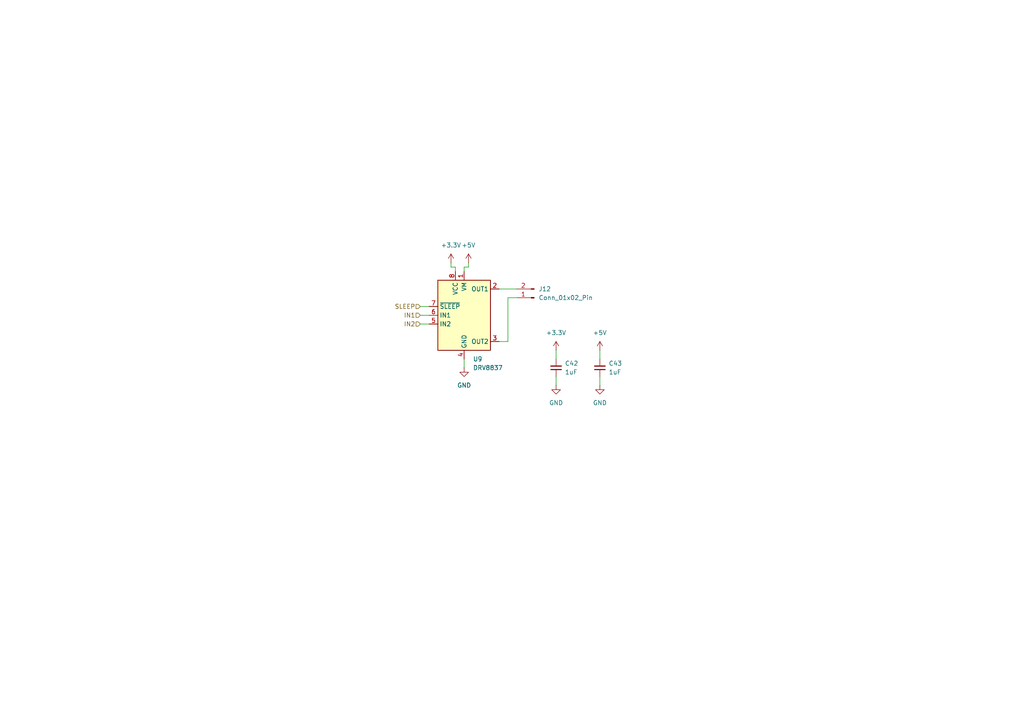
<source format=kicad_sch>
(kicad_sch (version 20250114) (generator "eeschema") (generator_version "9.0")
  (paper "A4")
  (lib_symbols
    (symbol "Connector:Conn_01x02_Pin" (pin_names (offset 1.016) (hide yes))
      (property "Reference" "J" (at 0 2.54 0))
      (property "Value" "Conn_01x02_Pin" (at 0 -5.08 0))
      (symbol "Conn_01x02_Pin_1_1"
        (rectangle (start 0.8636 0.127) (end 0 -0.127) (stroke (width 0.1524)) (fill (type outline)))
        (rectangle (start 0.8636 -2.413) (end 0 -2.667) (stroke (width 0.1524)) (fill (type outline)))
        (polyline (pts (xy 1.27 0) (xy 0.8636 0)) (stroke (width 0.1524)))
        (polyline (pts (xy 1.27 -2.54) (xy 0.8636 -2.54)) (stroke (width 0.1524)))
        (pin passive line (at 5.08 0 180) (length 3.81) (name "Pin_1") (number "1"))
        (pin passive line (at 5.08 -2.54 180) (length 3.81) (name "Pin_2") (number "2"))
      )
    )
    (symbol "Device:C_Small" (pin_numbers (hide yes)) (pin_names (offset 0.254) (hide yes))
      (property "Reference" "C" (at 0.254 1.778 0))
      (property "Value" "C_Small" (at 0.254 -2.032 0))
      (symbol "C_Small_0_1"
        (polyline (pts (xy -1.524 0.508) (xy 1.524 0.508)) (stroke (width 0.3048)))
        (polyline (pts (xy -1.524 -0.508) (xy 1.524 -0.508)) (stroke (width 0.3302)))
      )
      (symbol "C_Small_1_1"
        (pin passive line (at 0 2.54 270) (length 2.032) (name "~") (number "1"))
        (pin passive line (at 0 -2.54 90) (length 2.032) (name "~") (number "2"))
      )
    )
    (symbol "Driver_Motor:DRV8837"
      (property "Reference" "U" (at 6.35 11.43 0))
      (property "Value" "DRV8837" (at -10.16 11.43 0))
      (symbol "DRV8837_0_1"
        (rectangle (start -7.62 10.16) (end 7.62 -10.16) (stroke (width 0.254)) (fill (type background)))
      )
      (symbol "DRV8837_1_1"
        (pin input line (at -10.16 2.54 0) (length 2.54) (name "~{SLEEP}") (number "7"))
        (pin input line (at -10.16 0 0) (length 2.54) (name "IN1") (number "6"))
        (pin input line (at -10.16 -2.54 0) (length 2.54) (name "IN2") (number "5"))
        (pin power_in line (at -2.54 12.7 270) (length 2.54) (name "VCC") (number "8"))
        (pin power_in line (at 0 12.7 270) (length 2.54) (name "VM") (number "1"))
        (pin power_in line (at 0 -12.7 90) (length 2.54) (name "GND") (number "4"))
        (pin passive line (at 0 -12.7 90) (length 2.54) (hide yes) (name "GND") (number "9"))
        (pin output line (at 10.16 7.62 180) (length 2.54) (name "OUT1") (number "2"))
        (pin output line (at 10.16 -7.62 180) (length 2.54) (name "OUT2") (number "3"))
      )
    )
    (symbol "power:+3.3V" (power) (pin_numbers (hide yes)) (pin_names (offset 0) (hide yes))
      (property "Value" "+3.3V" (at 0 3.556 0))
      (symbol "+3.3V_0_1"
        (polyline (pts (xy -0.762 1.27) (xy 0 2.54)))
        (polyline (pts (xy 0 2.54) (xy 0.762 1.27)))
        (polyline (pts (xy 0 0) (xy 0 2.54)))
      )
      (symbol "+3.3V_1_1"
        (pin power_in line (at 0 0 90) (length 0) (name "~") (number "1"))
      )
    )
    (symbol "power:+5V" (power) (pin_numbers (hide yes)) (pin_names (offset 0) (hide yes))
      (property "Value" "+5V" (at 0 3.556 0))
      (symbol "+5V_0_1"
        (polyline (pts (xy -0.762 1.27) (xy 0 2.54)))
        (polyline (pts (xy 0 2.54) (xy 0.762 1.27)))
        (polyline (pts (xy 0 0) (xy 0 2.54)))
      )
      (symbol "+5V_1_1"
        (pin power_in line (at 0 0 90) (length 0) (name "~") (number "1"))
      )
    )
    (symbol "power:GND" (power) (pin_numbers (hide yes)) (pin_names (offset 0) (hide yes))
      (property "Value" "GND" (at 0 -3.81 0))
      (symbol "GND_0_1"
        (polyline (pts (xy 0 0) (xy 0 -1.27) (xy 1.27 -1.27) (xy 0 -2.54) (xy -1.27 -1.27) (xy 0 -1.27)))
      )
      (symbol "GND_1_1"
        (pin power_in line (at 0 0 270) (length 0) (name "~") (number "1"))
      )
    )
  )
  (wire (pts (xy 173.99 109.22) (xy 173.99 111.76)))
  (wire (pts (xy 147.32 86.36) (xy 149.86 86.36)))
  (wire (pts (xy 121.92 88.9) (xy 124.46 88.9)))
  (wire (pts (xy 132.08 77.47) (xy 132.08 78.74)))
  (wire (pts (xy 161.29 101.6) (xy 161.29 104.14)))
  (wire (pts (xy 147.32 99.06) (xy 147.32 86.36)))
  (wire (pts (xy 161.29 109.22) (xy 161.29 111.76)))
  (wire (pts (xy 130.81 76.2) (xy 130.81 77.47)))
  (wire (pts (xy 144.78 83.82) (xy 149.86 83.82)))
  (wire (pts (xy 135.89 77.47) (xy 134.62 77.47)))
  (wire (pts (xy 121.92 93.98) (xy 124.46 93.98)))
  (wire (pts (xy 134.62 104.14) (xy 134.62 106.68)))
  (wire (pts (xy 130.81 77.47) (xy 132.08 77.47)))
  (wire (pts (xy 135.89 76.2) (xy 135.89 77.47)))
  (wire (pts (xy 144.78 99.06) (xy 147.32 99.06)))
  (wire (pts (xy 121.92 91.44) (xy 124.46 91.44)))
  (wire (pts (xy 173.99 101.6) (xy 173.99 104.14)))
  (wire (pts (xy 134.62 77.47) (xy 134.62 78.74)))
  (hierarchical_label "SLEEP" (shape input) (at 121.92 88.9 180))
  (hierarchical_label "IN1" (shape input) (at 121.92 91.44 180))
  (hierarchical_label "IN2" (shape input) (at 121.92 93.98 180))
  (symbol (lib_id "power:GND") (at 134.62 106.68 0) (unit 1)
    (property "Reference" "#PWR074" (effects (hide yes)))
    (property "Value" "GND" (at 134.62 111.76 0))
    (property "Description" "Power symbol creates a global label with name \"GND\" , ground" (effects (hide yes)))
    (instances (project "turtleboard" (path "" (reference "#PWR081") (unit 1)) (path "" (reference "#PWR095") (unit 1)) (path "" (reference "#PWR088") (unit 1)) (path "" (reference "#PWR074") (unit 1))))
  )
  (symbol (lib_id "power:+5V") (at 173.99 101.6 0) (unit 1)
    (property "Reference" "#PWR078" (effects (hide yes)))
    (property "Value" "+5V" (at 173.99 96.52 0))
    (property "Description" "Power symbol creates a global label with name \"+5V\"" (effects (hide yes)))
    (instances (project "turtleboard" (path "" (reference "#PWR085") (unit 1)) (path "" (reference "#PWR099") (unit 1)) (path "" (reference "#PWR092") (unit 1)) (path "" (reference "#PWR078") (unit 1))))
  )
  (symbol (lib_id "power:GND") (at 173.99 111.76 0) (unit 1)
    (property "Reference" "#PWR079" (effects (hide yes)))
    (property "Value" "GND" (at 173.99 116.84 0))
    (property "Description" "Power symbol creates a global label with name \"GND\" , ground" (effects (hide yes)))
    (instances (project "turtleboard" (path "" (reference "#PWR086") (unit 1)) (path "" (reference "#PWR0100") (unit 1)) (path "" (reference "#PWR093") (unit 1)) (path "" (reference "#PWR079") (unit 1))))
  )
  (symbol (lib_id "power:+3.3V") (at 161.29 101.6 0) (unit 1)
    (property "Reference" "#PWR076" (effects (hide yes)))
    (property "Value" "+3.3V" (at 161.29 96.52 0))
    (property "Description" "Power symbol creates a global label with name \"+3.3V\"" (effects (hide yes)))
    (instances (project "turtleboard" (path "" (reference "#PWR083") (unit 1)) (path "" (reference "#PWR097") (unit 1)) (path "" (reference "#PWR090") (unit 1)) (path "" (reference "#PWR076") (unit 1))))
  )
  (symbol (lib_id "power:+5V") (at 135.89 76.2 0) (unit 1)
    (property "Reference" "#PWR075" (effects (hide yes)))
    (property "Value" "+5V" (at 135.89 71.12 0))
    (property "Description" "Power symbol creates a global label with name \"+5V\"" (effects (hide yes)))
    (instances (project "turtleboard" (path "" (reference "#PWR082") (unit 1)) (path "" (reference "#PWR096") (unit 1)) (path "" (reference "#PWR089") (unit 1)) (path "" (reference "#PWR075") (unit 1))))
  )
  (symbol (lib_id "Connector:Conn_01x02_Pin") (at 154.94 86.36 180) (unit 1)
    (property "Reference" "J11" (at 156.21 83.82 0) (effects (justify right)))
    (property "Value" "Conn_01x02_Pin" (at 156.21 86.36 0) (effects (justify right)))
    (property "Footprint" "Connector_JST:JST_XH_B2B-XH-A_1x02_P2.50mm_Vertical" (effects (hide yes)))
    (property "Description" "Generic connector, single row, 01x02, script generated" (effects (hide yes)))
    (instances (project "turtleboard" (path "" (reference "J12") (unit 1)) (path "" (reference "J14") (unit 1)) (path "" (reference "J13") (unit 1)) (path "" (reference "J11") (unit 1))))
  )
  (symbol (lib_id "power:GND") (at 161.29 111.76 0) (unit 1)
    (property "Reference" "#PWR077" (effects (hide yes)))
    (property "Value" "GND" (at 161.29 116.84 0))
    (property "Description" "Power symbol creates a global label with name \"GND\" , ground" (effects (hide yes)))
    (instances (project "turtleboard" (path "" (reference "#PWR084") (unit 1)) (path "" (reference "#PWR098") (unit 1)) (path "" (reference "#PWR091") (unit 1)) (path "" (reference "#PWR077") (unit 1))))
  )
  (symbol (lib_id "Device:C_Small") (at 161.29 106.68 180) (unit 1)
    (property "Reference" "C40" (at 163.83 105.4036 0) (effects (justify right)))
    (property "Value" "1uF" (at 163.83 107.9436 0) (effects (justify right)))
    (property "Footprint" "Capacitor_SMD:C_0603_1608Metric" (effects (hide yes)))
    (property "Description" "Unpolarized capacitor, small symbol" (effects (hide yes)))
    (instances (project "turtleboard" (path "" (reference "C42") (unit 1)) (path "" (reference "C46") (unit 1)) (path "" (reference "C44") (unit 1)) (path "" (reference "C40") (unit 1))))
  )
  (symbol (lib_id "Driver_Motor:DRV8837") (at 134.62 91.44 0) (unit 1)
    (property "Reference" "U8" (at 137.1618 104.14 0) (effects (justify left)))
    (property "Value" "DRV8837" (at 137.1618 106.68 0) (effects (justify left)))
    (property "Footprint" "Package_SON:WSON-8-1EP_2x2mm_P0.5mm_EP0.9x1.6mm" (effects (hide yes)))
    (property "Datasheet" "http://www.ti.com/lit/ds/symlink/drv8837.pdf" (effects (hide yes)))
    (property "Description" "H-Bridge driver, 1.8A, Low Voltage, PWM input, WSON-8" (effects (hide yes)))
    (instances (project "turtleboard" (path "" (reference "U9") (unit 1)) (path "" (reference "U11") (unit 1)) (path "" (reference "U10") (unit 1)) (path "" (reference "U8") (unit 1))))
  )
  (symbol (lib_id "power:+3.3V") (at 130.81 76.2 0) (unit 1)
    (property "Reference" "#PWR073" (effects (hide yes)))
    (property "Value" "+3.3V" (at 130.81 71.12 0))
    (property "Description" "Power symbol creates a global label with name \"+3.3V\"" (effects (hide yes)))
    (instances (project "turtleboard" (path "" (reference "#PWR080") (unit 1)) (path "" (reference "#PWR094") (unit 1)) (path "" (reference "#PWR087") (unit 1)) (path "" (reference "#PWR073") (unit 1))))
  )
  (symbol (lib_id "Device:C_Small") (at 173.99 106.68 180) (unit 1)
    (property "Reference" "C41" (at 176.53 105.4036 0) (effects (justify right)))
    (property "Value" "1uF" (at 176.53 107.9436 0) (effects (justify right)))
    (property "Footprint" "Capacitor_SMD:C_0603_1608Metric" (effects (hide yes)))
    (property "Description" "Unpolarized capacitor, small symbol" (effects (hide yes)))
    (instances (project "turtleboard" (path "" (reference "C43") (unit 1)) (path "" (reference "C47") (unit 1)) (path "" (reference "C45") (unit 1)) (path "" (reference "C41") (unit 1))))
  )
)
</source>
